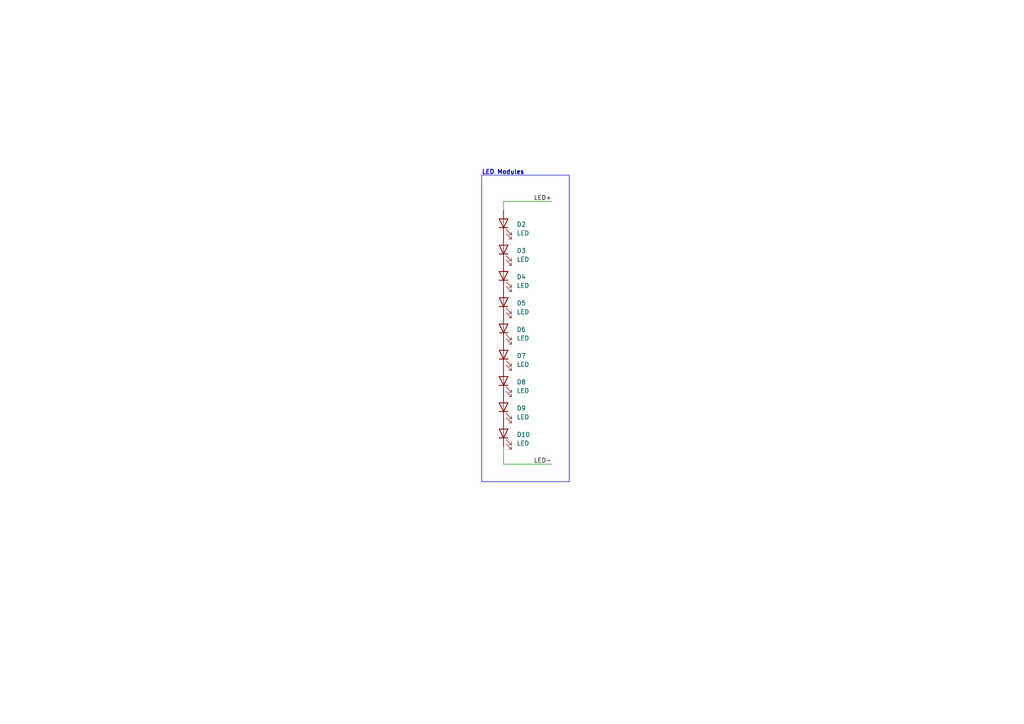
<source format=kicad_sch>
(kicad_sch (version 20230121) (generator eeschema)
  (paper "A4")
  (lib_symbols
    (symbol "Device:LED" (pin_numbers hide) (pin_names (offset 1.016) hide)
      (property "Reference" "D" (at 0 2.54 0))
      (property "Value" "LED" (at 0 -2.54 0))
      (symbol "LED_0_1"
        (polyline (pts (xy -1.27 -1.27) (xy -1.27 1.27)) (stroke (width 0.254)))
        (polyline (pts (xy -1.27 0) (xy 1.27 0)))
        (polyline (pts (xy 1.27 -1.27) (xy 1.27 1.27) (xy -1.27 0) (xy 1.27 -1.27)) (stroke (width 0.254)))
        (polyline (pts (xy -3.048 -0.762) (xy -4.572 -2.286) (xy -3.81 -2.286) (xy -4.572 -2.286) (xy -4.572 -1.524)))
        (polyline (pts (xy -1.778 -0.762) (xy -3.302 -2.286) (xy -2.54 -2.286) (xy -3.302 -2.286) (xy -3.302 -1.524)))
      )
      (symbol "LED_1_1"
        (pin passive line (at -3.81 0 0) (length 2.54) (name "K") (number "1"))
        (pin passive line (at 3.81 0 180) (length 2.54) (name "A") (number "2"))
      )
    )
  )
  (polyline (pts (xy 139.7 139.7) (xy 139.7 50.8)))
  (polyline (pts (xy 165.1 50.8) (xy 165.1 139.7)))
  (wire (pts (xy 146.05 58.42) (xy 146.05 60.96)))
  (polyline (pts (xy 139.7 50.8) (xy 165.1 50.8)))
  (wire (pts (xy 146.05 134.62) (xy 146.05 129.54)))
  (wire (pts (xy 146.05 58.42) (xy 160.02 58.42)))
  (wire (pts (xy 160.02 134.62) (xy 146.05 134.62)))
  (polyline (pts (xy 165.1 139.7) (xy 139.7 139.7)))
  (text "LED Modules" (at 139.7 50.8 0) (effects (font (size 1.27 1.27) (thickness 0.254) bold) (justify left bottom)))
  (label "LED-" (at 160.02 134.62 180))
  (label "LED+" (at 160.02 58.42 180))
  (symbol (lib_id "Device:LED") (at 146.05 72.39 90) (unit 1)
    (property "Reference" "D3" (at 149.86 72.7074 90) (effects (justify right)))
    (property "Value" "LED" (at 149.86 75.2474 90) (effects (justify right)))
    (property "Footprint" "LED_SMD:LED_5050" (effects hide))
    (property "Datasheet" "https://www.mouser.com/datasheet/2/602/DS174_luxeon_5050_datasheet-2846501.pdf" (effects hide))
    (property "Part" "L150-40905006000S0" (effects hide))
    (property "Mouser" "https://www.mouser.com/ProductDetail/Lumileds/L150-40905006000S0?qs=GedFDFLaBXHgr0RV2eE%252BbA%3D%3D" (effects hide))
  )
  (symbol (lib_id "Device:LED") (at 146.05 87.63 90) (unit 1)
    (property "Reference" "D5" (at 149.86 87.9474 90) (effects (justify right)))
    (property "Value" "LED" (at 149.86 90.4874 90) (effects (justify right)))
    (property "Footprint" "LED_SMD:LED_5050" (effects hide))
    (property "Datasheet" "https://www.mouser.com/datasheet/2/602/DS174_luxeon_5050_datasheet-2846501.pdf" (effects hide))
    (property "Part" "L150-40905006000S0" (effects hide))
    (property "Mouser" "https://www.mouser.com/ProductDetail/Lumileds/L150-40905006000S0?qs=GedFDFLaBXHgr0RV2eE%252BbA%3D%3D" (effects hide))
  )
  (symbol (lib_id "Device:LED") (at 146.05 118.11 90) (unit 1)
    (property "Reference" "D9" (at 149.86 118.4274 90) (effects (justify right)))
    (property "Value" "LED" (at 149.86 120.9674 90) (effects (justify right)))
    (property "Footprint" "LED_SMD:LED_5050" (effects hide))
    (property "Datasheet" "https://www.mouser.com/datasheet/2/602/DS174_luxeon_5050_datasheet-2846501.pdf" (effects hide))
    (property "Part" "L150-40905006000S0" (effects hide))
    (property "Mouser" "https://www.mouser.com/ProductDetail/Lumileds/L150-40905006000S0?qs=GedFDFLaBXHgr0RV2eE%252BbA%3D%3D" (effects hide))
  )
  (symbol (lib_id "Device:LED") (at 146.05 110.49 90) (unit 1)
    (property "Reference" "D8" (at 149.86 110.8074 90) (effects (justify right)))
    (property "Value" "LED" (at 149.86 113.3474 90) (effects (justify right)))
    (property "Footprint" "LED_SMD:LED_5050" (effects hide))
    (property "Datasheet" "https://www.mouser.com/datasheet/2/602/DS174_luxeon_5050_datasheet-2846501.pdf" (effects hide))
    (property "Part" "L150-40905006000S0" (effects hide))
    (property "Mouser" "https://www.mouser.com/ProductDetail/Lumileds/L150-40905006000S0?qs=GedFDFLaBXHgr0RV2eE%252BbA%3D%3D" (effects hide))
  )
  (symbol (lib_id "Device:LED") (at 146.05 80.01 90) (unit 1)
    (property "Reference" "D4" (at 149.86 80.3274 90) (effects (justify right)))
    (property "Value" "LED" (at 149.86 82.8674 90) (effects (justify right)))
    (property "Footprint" "LED_SMD:LED_5050" (effects hide))
    (property "Datasheet" "https://www.mouser.com/datasheet/2/602/DS174_luxeon_5050_datasheet-2846501.pdf" (effects hide))
    (property "Part" "L150-40905006000S0" (effects hide))
    (property "Mouser" "https://www.mouser.com/ProductDetail/Lumileds/L150-40905006000S0?qs=GedFDFLaBXHgr0RV2eE%252BbA%3D%3D" (effects hide))
  )
  (symbol (lib_id "Device:LED") (at 146.05 102.87 90) (unit 1)
    (property "Reference" "D7" (at 149.86 103.1874 90) (effects (justify right)))
    (property "Value" "LED" (at 149.86 105.7274 90) (effects (justify right)))
    (property "Footprint" "LED_SMD:LED_5050" (effects hide))
    (property "Datasheet" "https://www.mouser.com/datasheet/2/602/DS174_luxeon_5050_datasheet-2846501.pdf" (effects hide))
    (property "Part" "L150-40905006000S0" (effects hide))
    (property "Mouser" "https://www.mouser.com/ProductDetail/Lumileds/L150-40905006000S0?qs=GedFDFLaBXHgr0RV2eE%252BbA%3D%3D" (effects hide))
  )
  (symbol (lib_id "Device:LED") (at 146.05 95.25 90) (unit 1)
    (property "Reference" "D6" (at 149.86 95.5674 90) (effects (justify right)))
    (property "Value" "LED" (at 149.86 98.1074 90) (effects (justify right)))
    (property "Footprint" "LED_SMD:LED_5050" (effects hide))
    (property "Datasheet" "https://www.mouser.com/datasheet/2/602/DS174_luxeon_5050_datasheet-2846501.pdf" (effects hide))
    (property "Part" "L150-40905006000S0" (effects hide))
    (property "Mouser" "https://www.mouser.com/ProductDetail/Lumileds/L150-40905006000S0?qs=GedFDFLaBXHgr0RV2eE%252BbA%3D%3D" (effects hide))
  )
  (symbol (lib_id "Device:LED") (at 146.05 64.77 90) (unit 1)
    (property "Reference" "D2" (at 149.86 65.0874 90) (effects (justify right)))
    (property "Value" "LED" (at 149.86 67.6274 90) (effects (justify right)))
    (property "Footprint" "LED_SMD:LED_5050" (effects hide))
    (property "Datasheet" "https://www.mouser.com/datasheet/2/602/DS174_luxeon_5050_datasheet-2846501.pdf" (effects hide))
    (property "Part" "L150-40905006000S0" (effects hide))
    (property "Mouser" "https://www.mouser.com/ProductDetail/Lumileds/L150-40905006000S0?qs=GedFDFLaBXHgr0RV2eE%252BbA%3D%3D" (effects hide))
  )
  (symbol (lib_id "Device:LED") (at 146.05 125.73 90) (unit 1)
    (property "Reference" "D10" (at 149.86 126.0474 90) (effects (justify right)))
    (property "Value" "LED" (at 149.86 128.5874 90) (effects (justify right)))
    (property "Footprint" "LED_SMD:LED_5050" (effects hide))
    (property "Datasheet" "https://www.mouser.com/datasheet/2/602/DS174_luxeon_5050_datasheet-2846501.pdf" (effects hide))
    (property "Part" "L150-40905006000S0" (effects hide))
    (property "Mouser" "https://www.mouser.com/ProductDetail/Lumileds/L150-40905006000S0?qs=GedFDFLaBXHgr0RV2eE%252BbA%3D%3D" (effects hide))
  )
)
</source>
